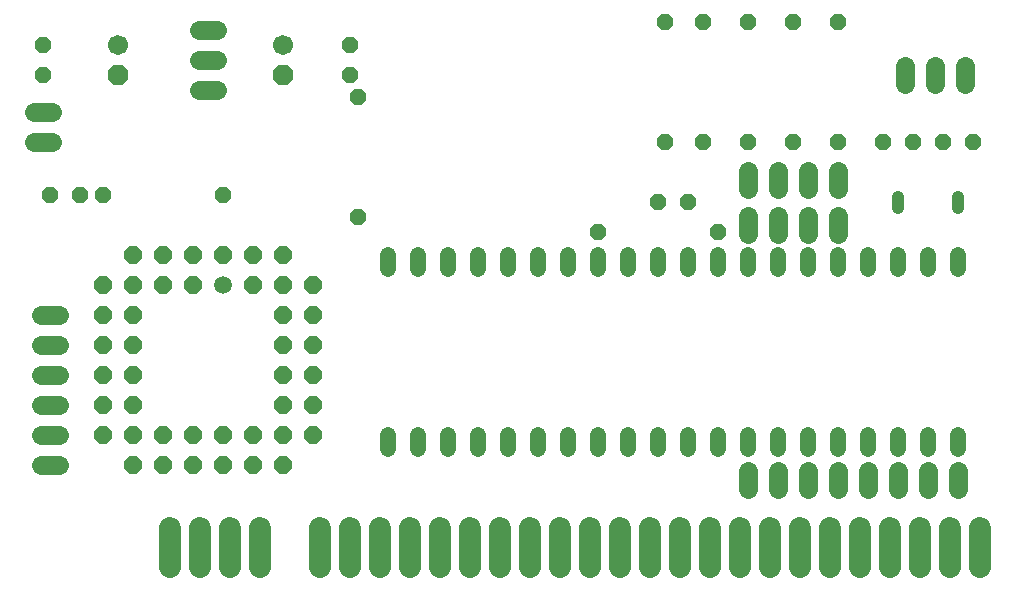
<source format=gbs>
G75*
%MOIN*%
%OFA0B0*%
%FSLAX24Y24*%
%IPPOS*%
%LPD*%
%AMOC8*
5,1,8,0,0,1.08239X$1,22.5*
%
%ADD10C,0.0400*%
%ADD11OC8,0.0520*%
%ADD12C,0.0520*%
%ADD13C,0.0640*%
%ADD14C,0.0590*%
%ADD15OC8,0.0590*%
%ADD16OC8,0.0670*%
%ADD17C,0.0670*%
%ADD18C,0.0740*%
D10*
X029600Y012745D02*
X029600Y013105D01*
X031600Y013105D02*
X031600Y012745D01*
D11*
X031100Y014925D03*
X030100Y014925D03*
X029100Y014925D03*
X027600Y014925D03*
X026100Y014925D03*
X024600Y014925D03*
X023100Y014925D03*
X021850Y014925D03*
X021600Y012925D03*
X022600Y012925D03*
X023600Y011925D03*
X019600Y011925D03*
X011600Y012425D03*
X007100Y013175D03*
X003100Y013175D03*
X002350Y013175D03*
X001350Y013175D03*
X001100Y017175D03*
X001100Y018175D03*
X011350Y018175D03*
X011350Y017175D03*
X011600Y016425D03*
X021850Y018925D03*
X023100Y018925D03*
X024600Y018925D03*
X026100Y018925D03*
X027600Y018925D03*
X032100Y014925D03*
D12*
X031600Y011165D02*
X031600Y010685D01*
X030600Y010685D02*
X030600Y011165D01*
X029600Y011165D02*
X029600Y010685D01*
X028600Y010685D02*
X028600Y011165D01*
X027600Y011165D02*
X027600Y010685D01*
X026600Y010685D02*
X026600Y011165D01*
X025600Y011165D02*
X025600Y010685D01*
X024600Y010685D02*
X024600Y011165D01*
X023600Y011165D02*
X023600Y010685D01*
X022600Y010685D02*
X022600Y011165D01*
X021600Y011165D02*
X021600Y010685D01*
X020600Y010685D02*
X020600Y011165D01*
X019600Y011165D02*
X019600Y010685D01*
X018600Y010685D02*
X018600Y011165D01*
X017600Y011165D02*
X017600Y010685D01*
X016600Y010685D02*
X016600Y011165D01*
X015600Y011165D02*
X015600Y010685D01*
X014600Y010685D02*
X014600Y011165D01*
X013600Y011165D02*
X013600Y010685D01*
X012600Y010685D02*
X012600Y011165D01*
X012600Y005165D02*
X012600Y004685D01*
X013600Y004685D02*
X013600Y005165D01*
X014600Y005165D02*
X014600Y004685D01*
X015600Y004685D02*
X015600Y005165D01*
X016600Y005165D02*
X016600Y004685D01*
X017600Y004685D02*
X017600Y005165D01*
X018600Y005165D02*
X018600Y004685D01*
X019600Y004685D02*
X019600Y005165D01*
X020600Y005165D02*
X020600Y004685D01*
X021600Y004685D02*
X021600Y005165D01*
X022600Y005165D02*
X022600Y004685D01*
X023600Y004685D02*
X023600Y005165D01*
X024600Y005165D02*
X024600Y004685D01*
X025600Y004685D02*
X025600Y005165D01*
X026600Y005165D02*
X026600Y004685D01*
X027600Y004685D02*
X027600Y005165D01*
X028600Y005165D02*
X028600Y004685D01*
X029600Y004685D02*
X029600Y005165D01*
X030600Y005165D02*
X030600Y004685D01*
X031600Y004685D02*
X031600Y005165D01*
D13*
X031600Y003975D02*
X031600Y003375D01*
X030600Y003375D02*
X030600Y003975D01*
X029600Y003975D02*
X029600Y003375D01*
X028600Y003375D02*
X028600Y003975D01*
X027600Y003975D02*
X027600Y003375D01*
X026600Y003375D02*
X026600Y003975D01*
X025600Y003975D02*
X025600Y003375D01*
X024600Y003375D02*
X024600Y003975D01*
X024600Y011875D02*
X024600Y012475D01*
X025600Y012475D02*
X025600Y011875D01*
X026600Y011875D02*
X026600Y012475D01*
X027600Y012475D02*
X027600Y011875D01*
X027600Y013375D02*
X027600Y013975D01*
X026600Y013975D02*
X026600Y013375D01*
X025600Y013375D02*
X025600Y013975D01*
X024600Y013975D02*
X024600Y013375D01*
X029850Y016875D02*
X029850Y017475D01*
X030850Y017475D02*
X030850Y016875D01*
X031850Y016875D02*
X031850Y017475D01*
X006900Y017675D02*
X006300Y017675D01*
X006300Y016675D02*
X006900Y016675D01*
X006900Y018675D02*
X006300Y018675D01*
X001400Y015925D02*
X000800Y015925D01*
X000800Y014925D02*
X001400Y014925D01*
X001650Y009175D02*
X001050Y009175D01*
X001050Y008175D02*
X001650Y008175D01*
X001650Y007175D02*
X001050Y007175D01*
X001050Y006175D02*
X001650Y006175D01*
X001650Y005175D02*
X001050Y005175D01*
X001050Y004175D02*
X001650Y004175D01*
D14*
X007100Y010175D03*
D15*
X006100Y010175D03*
X005100Y010175D03*
X004100Y010175D03*
X003100Y010175D03*
X003100Y009175D03*
X004100Y009175D03*
X004100Y008175D03*
X003100Y008175D03*
X003100Y007175D03*
X004100Y007175D03*
X004100Y006175D03*
X003100Y006175D03*
X003100Y005175D03*
X004100Y005175D03*
X005100Y005175D03*
X006100Y005175D03*
X007100Y005175D03*
X008100Y005175D03*
X009100Y005175D03*
X010100Y005175D03*
X010100Y006175D03*
X009100Y006175D03*
X009100Y007175D03*
X010100Y007175D03*
X010100Y008175D03*
X009100Y008175D03*
X009100Y009175D03*
X010100Y009175D03*
X010100Y010175D03*
X009100Y010175D03*
X008100Y010175D03*
X008100Y011175D03*
X007100Y011175D03*
X006100Y011175D03*
X005100Y011175D03*
X004100Y011175D03*
X009100Y011175D03*
X009100Y004175D03*
X008100Y004175D03*
X007100Y004175D03*
X006100Y004175D03*
X005100Y004175D03*
X004100Y004175D03*
D16*
X003600Y017175D03*
X009100Y017175D03*
D17*
X009100Y018175D03*
X003600Y018175D03*
D18*
X005350Y002075D02*
X005350Y000775D01*
X006350Y000775D02*
X006350Y002075D01*
X007350Y002075D02*
X007350Y000775D01*
X008350Y000775D02*
X008350Y002075D01*
X010350Y002075D02*
X010350Y000775D01*
X011350Y000775D02*
X011350Y002075D01*
X012350Y002075D02*
X012350Y000775D01*
X013350Y000775D02*
X013350Y002075D01*
X014350Y002075D02*
X014350Y000775D01*
X015350Y000775D02*
X015350Y002075D01*
X016350Y002075D02*
X016350Y000775D01*
X017350Y000775D02*
X017350Y002075D01*
X018350Y002075D02*
X018350Y000775D01*
X019350Y000775D02*
X019350Y002075D01*
X020350Y002075D02*
X020350Y000775D01*
X021350Y000775D02*
X021350Y002075D01*
X022350Y002075D02*
X022350Y000775D01*
X023350Y000775D02*
X023350Y002075D01*
X024350Y002075D02*
X024350Y000775D01*
X025350Y000775D02*
X025350Y002075D01*
X026350Y002075D02*
X026350Y000775D01*
X027350Y000775D02*
X027350Y002075D01*
X028350Y002075D02*
X028350Y000775D01*
X029350Y000775D02*
X029350Y002075D01*
X030350Y002075D02*
X030350Y000775D01*
X031350Y000775D02*
X031350Y002075D01*
X032350Y002075D02*
X032350Y000775D01*
M02*

</source>
